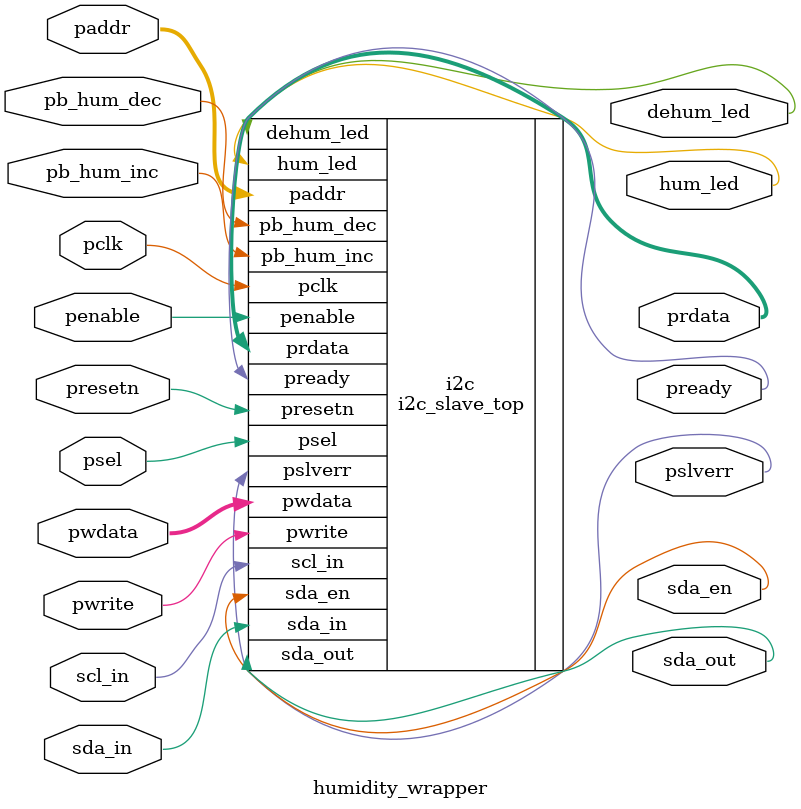
<source format=v>
module humidity_wrapper (

    input  wire      pclk,
    input  wire      presetn,
    input  wire      psel,
    input  wire      penable,
    input  wire      pwrite,
    input  wire      scl_in,
    input  wire      sda_in,
    input  wire[31:0] paddr,
    input  wire[31:0] pwdata,
    
    //push button inputs
    input  wire      pb_hum_inc,
    input  wire      pb_hum_dec,  



    output wire       sda_out,
    output wire       sda_en,
    output wire       pready,
    output wire[31:0] prdata,
    output wire       pslverr,

    output wire hum_led,
    output wire dehum_led

);

i2c_slave_top i2c (

  .pclk       ( pclk       ),
  .presetn    ( presetn    ),
  .psel       ( psel       ),
  .penable    ( penable    ),
  .pwrite     ( pwrite     ),
  .scl_in     ( scl_in     ),
  .sda_in     ( sda_in     ),
  .paddr      ( paddr      ),
  .pwdata     ( pwdata     ),
  
  
  .pb_hum_inc ( pb_hum_inc ),
  .pb_hum_dec ( pb_hum_dec ),
  
  
  
  .sda_out    ( sda_out    ),
  .sda_en     ( sda_en     ),
  .pready     ( pready     ),
  .prdata     ( prdata     ),
  .pslverr    ( pslverr    ),
  
  .hum_led    ( hum_led    ),
  .dehum_led  ( dehum_led  )

);

endmodule
</source>
